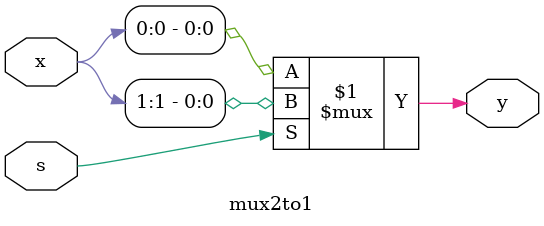
<source format=v>
module mux2to1(x,s,y);
     input [1:0]x;
     input s;
     output y;

     assign y = s ? x[1] : x[0];

endmodule


</source>
